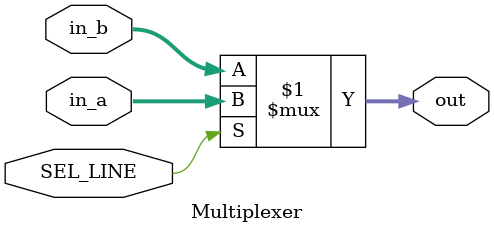
<source format=v>
module Multiplexer
#(parameter BitCount=16)
(input SEL_LINE,
 input [BitCount-1:0]in_a,in_b,
 output wire [BitCount-1:0]out);

assign out=(SEL_LINE)?in_a:in_b;
endmodule

</source>
